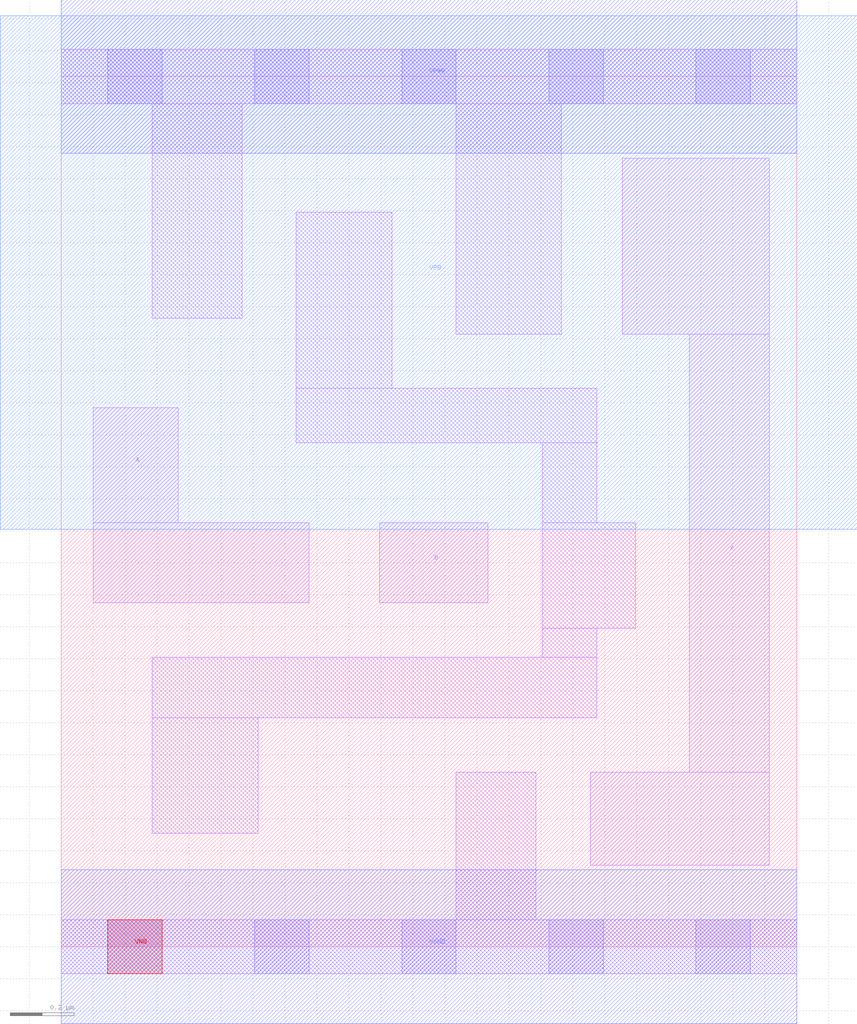
<source format=lef>
# Copyright 2020 The SkyWater PDK Authors
#
# Licensed under the Apache License, Version 2.0 (the "License");
# you may not use this file except in compliance with the License.
# You may obtain a copy of the License at
#
#     https://www.apache.org/licenses/LICENSE-2.0
#
# Unless required by applicable law or agreed to in writing, software
# distributed under the License is distributed on an "AS IS" BASIS,
# WITHOUT WARRANTIES OR CONDITIONS OF ANY KIND, either express or implied.
# See the License for the specific language governing permissions and
# limitations under the License.
#
# SPDX-License-Identifier: Apache-2.0

VERSION 5.7 ;
  NOWIREEXTENSIONATPIN ON ;
  DIVIDERCHAR "/" ;
  BUSBITCHARS "[]" ;
MACRO sky130_fd_sc_hd__and2_1
  CLASS CORE ;
  FOREIGN sky130_fd_sc_hd__and2_1 ;
  ORIGIN  0.000000  0.000000 ;
  SIZE  2.300000 BY  2.720000 ;
  SYMMETRY X Y R90 ;
  SITE unithd ;
  PIN A
    ANTENNAGATEAREA  0.126000 ;
    DIRECTION INPUT ;
    USE SIGNAL ;
    PORT
      LAYER li1 ;
        RECT 0.100000 1.075000 0.775000 1.325000 ;
        RECT 0.100000 1.325000 0.365000 1.685000 ;
    END
  END A
  PIN B
    ANTENNAGATEAREA  0.126000 ;
    DIRECTION INPUT ;
    USE SIGNAL ;
    PORT
      LAYER li1 ;
        RECT 0.995000 1.075000 1.335000 1.325000 ;
    END
  END B
  PIN VNB
    PORT
      LAYER pwell ;
        RECT 0.145000 -0.085000 0.315000 0.085000 ;
    END
  END VNB
  PIN VPB
    PORT
      LAYER nwell ;
        RECT -0.190000 1.305000 2.490000 2.910000 ;
    END
  END VPB
  PIN X
    ANTENNADIFFAREA  0.657000 ;
    DIRECTION OUTPUT ;
    USE SIGNAL ;
    PORT
      LAYER li1 ;
        RECT 1.655000 0.255000 2.215000 0.545000 ;
        RECT 1.755000 1.915000 2.215000 2.465000 ;
        RECT 1.965000 0.545000 2.215000 1.915000 ;
    END
  END X
  PIN VGND
    DIRECTION INOUT ;
    SHAPE ABUTMENT ;
    USE GROUND ;
    PORT
      LAYER met1 ;
        RECT 0.000000 -0.240000 2.300000 0.240000 ;
    END
  END VGND
  PIN VPWR
    DIRECTION INOUT ;
    SHAPE ABUTMENT ;
    USE POWER ;
    PORT
      LAYER met1 ;
        RECT 0.000000 2.480000 2.300000 2.960000 ;
    END
  END VPWR
  OBS
    LAYER li1 ;
      RECT 0.000000 -0.085000 2.300000 0.085000 ;
      RECT 0.000000  2.635000 2.300000 2.805000 ;
      RECT 0.285000  0.355000 0.615000 0.715000 ;
      RECT 0.285000  0.715000 1.675000 0.905000 ;
      RECT 0.285000  1.965000 0.565000 2.635000 ;
      RECT 0.735000  1.575000 1.675000 1.745000 ;
      RECT 0.735000  1.745000 1.035000 2.295000 ;
      RECT 1.235000  0.085000 1.485000 0.545000 ;
      RECT 1.235000  1.915000 1.565000 2.635000 ;
      RECT 1.505000  0.905000 1.675000 0.995000 ;
      RECT 1.505000  0.995000 1.795000 1.325000 ;
      RECT 1.505000  1.325000 1.675000 1.575000 ;
    LAYER mcon ;
      RECT 0.145000 -0.085000 0.315000 0.085000 ;
      RECT 0.145000  2.635000 0.315000 2.805000 ;
      RECT 0.605000 -0.085000 0.775000 0.085000 ;
      RECT 0.605000  2.635000 0.775000 2.805000 ;
      RECT 1.065000 -0.085000 1.235000 0.085000 ;
      RECT 1.065000  2.635000 1.235000 2.805000 ;
      RECT 1.525000 -0.085000 1.695000 0.085000 ;
      RECT 1.525000  2.635000 1.695000 2.805000 ;
      RECT 1.985000 -0.085000 2.155000 0.085000 ;
      RECT 1.985000  2.635000 2.155000 2.805000 ;
  END
END sky130_fd_sc_hd__and2_1
END LIBRARY

</source>
